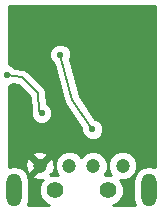
<source format=gbr>
G04 #@! TF.FileFunction,Copper,L2,Bot,Signal*
%FSLAX46Y46*%
G04 Gerber Fmt 4.6, Leading zero omitted, Abs format (unit mm)*
G04 Created by KiCad (PCBNEW 4.0.7) date 09/14/17 09:13:08*
%MOMM*%
%LPD*%
G01*
G04 APERTURE LIST*
%ADD10C,0.100000*%
%ADD11C,1.200000*%
%ADD12C,1.400000*%
%ADD13O,1.300000X2.800000*%
%ADD14C,0.584200*%
%ADD15C,0.152400*%
%ADD16C,0.254000*%
G04 APERTURE END LIST*
D10*
D11*
X142042000Y-93980000D03*
X144542000Y-93980000D03*
X146542000Y-93980000D03*
X149042000Y-93980000D03*
D12*
X147792000Y-96080000D03*
X143292000Y-96080000D03*
D13*
X151242000Y-96080000D03*
X139842000Y-96080000D03*
D14*
X142075000Y-82275000D03*
X150400000Y-91100000D03*
X148625000Y-88300000D03*
X143850000Y-92200000D03*
X140425000Y-89150000D03*
X139725000Y-93600000D03*
X146475000Y-90900000D03*
X143764000Y-84582000D03*
X139275000Y-86325000D03*
X142176500Y-89535000D03*
D15*
X146475000Y-90900000D02*
X144780000Y-88392000D01*
X144780000Y-88392000D02*
X143764000Y-84582000D01*
X140525500Y-86487000D02*
X139275000Y-86325000D01*
X141859000Y-87820500D02*
X140525500Y-86487000D01*
X141986000Y-89344500D02*
X141859000Y-87820500D01*
X142176500Y-89535000D02*
X141986000Y-89344500D01*
D16*
G36*
X151753500Y-94116145D02*
X151733748Y-94102947D01*
X151242000Y-94005132D01*
X150750252Y-94102947D01*
X150333368Y-94381500D01*
X150054815Y-94798384D01*
X149957000Y-95290132D01*
X149957000Y-96869868D01*
X150049322Y-97334000D01*
X148252977Y-97334000D01*
X148547229Y-97212418D01*
X148923098Y-96837204D01*
X149126768Y-96346713D01*
X149127231Y-95815617D01*
X148924418Y-95324771D01*
X148814641Y-95214802D01*
X149286579Y-95215214D01*
X149740657Y-95027592D01*
X150088371Y-94680485D01*
X150276785Y-94226734D01*
X150277214Y-93735421D01*
X150089592Y-93281343D01*
X149742485Y-92933629D01*
X149288734Y-92745215D01*
X148797421Y-92744786D01*
X148343343Y-92932408D01*
X147995629Y-93279515D01*
X147807215Y-93733266D01*
X147806786Y-94224579D01*
X147994408Y-94678657D01*
X148062392Y-94746759D01*
X148058713Y-94745232D01*
X147527617Y-94744769D01*
X147521402Y-94747337D01*
X147588371Y-94680485D01*
X147776785Y-94226734D01*
X147777214Y-93735421D01*
X147589592Y-93281343D01*
X147242485Y-92933629D01*
X146788734Y-92745215D01*
X146297421Y-92744786D01*
X145843343Y-92932408D01*
X145541779Y-93233446D01*
X145242485Y-92933629D01*
X144788734Y-92745215D01*
X144297421Y-92744786D01*
X143843343Y-92932408D01*
X143495629Y-93279515D01*
X143307215Y-93733266D01*
X143306786Y-94224579D01*
X143494408Y-94678657D01*
X143562392Y-94746759D01*
X143558713Y-94745232D01*
X143027617Y-94744769D01*
X142998435Y-94756827D01*
X142904737Y-94663129D01*
X143130164Y-94613617D01*
X143289807Y-94148964D01*
X143259482Y-93658587D01*
X143130164Y-93346383D01*
X142904735Y-93296870D01*
X142221605Y-93980000D01*
X142235748Y-93994143D01*
X142056143Y-94173748D01*
X142042000Y-94159605D01*
X141358870Y-94842735D01*
X141408383Y-95068164D01*
X141873036Y-95227807D01*
X142281351Y-95202557D01*
X142160902Y-95322796D01*
X141957232Y-95813287D01*
X141956769Y-96344383D01*
X142159582Y-96835229D01*
X142534796Y-97211098D01*
X142830776Y-97334000D01*
X141034678Y-97334000D01*
X141127000Y-96869868D01*
X141127000Y-95290132D01*
X141029185Y-94798384D01*
X140750632Y-94381500D01*
X140333748Y-94102947D01*
X139842000Y-94005132D01*
X139394000Y-94094245D01*
X139394000Y-93811036D01*
X140794193Y-93811036D01*
X140824518Y-94301413D01*
X140953836Y-94613617D01*
X141179265Y-94663130D01*
X141862395Y-93980000D01*
X141179265Y-93296870D01*
X140953836Y-93346383D01*
X140794193Y-93811036D01*
X139394000Y-93811036D01*
X139394000Y-93117265D01*
X141358870Y-93117265D01*
X142042000Y-93800395D01*
X142725130Y-93117265D01*
X142675617Y-92891836D01*
X142210964Y-92732193D01*
X141720587Y-92762518D01*
X141408383Y-92891836D01*
X141358870Y-93117265D01*
X139394000Y-93117265D01*
X139394000Y-87252205D01*
X139458603Y-87252261D01*
X139799474Y-87111415D01*
X139800651Y-87110240D01*
X140193896Y-87161184D01*
X141171892Y-88139180D01*
X141268895Y-89303218D01*
X141249561Y-89349779D01*
X141249239Y-89718603D01*
X141390085Y-90059474D01*
X141650654Y-90320499D01*
X141991279Y-90461939D01*
X142360103Y-90462261D01*
X142700974Y-90321415D01*
X142961999Y-90060846D01*
X143103439Y-89720221D01*
X143103761Y-89351397D01*
X142962915Y-89010526D01*
X142702346Y-88749501D01*
X142648208Y-88727021D01*
X142567743Y-87761438D01*
X142537472Y-87655966D01*
X142516063Y-87548335D01*
X142499443Y-87523461D01*
X142491191Y-87494710D01*
X142422861Y-87408850D01*
X142361894Y-87317606D01*
X141028394Y-85984106D01*
X140950443Y-85932020D01*
X140879825Y-85870348D01*
X140836063Y-85855594D01*
X140797665Y-85829937D01*
X140705712Y-85811646D01*
X140616871Y-85781694D01*
X139957322Y-85696251D01*
X139800846Y-85539501D01*
X139460221Y-85398061D01*
X139394000Y-85398003D01*
X139394000Y-84765603D01*
X142836739Y-84765603D01*
X142977585Y-85106474D01*
X143237144Y-85366487D01*
X144092814Y-88575249D01*
X144144954Y-88681299D01*
X144190752Y-88790236D01*
X145547988Y-90798466D01*
X145547739Y-91083603D01*
X145688585Y-91424474D01*
X145949154Y-91685499D01*
X146289779Y-91826939D01*
X146658603Y-91827261D01*
X146999474Y-91686415D01*
X147260499Y-91425846D01*
X147401939Y-91085221D01*
X147402261Y-90716397D01*
X147261415Y-90375526D01*
X147000846Y-90114501D01*
X146725153Y-90000023D01*
X145436322Y-88093010D01*
X144604778Y-84974720D01*
X144690939Y-84767221D01*
X144691261Y-84398397D01*
X144550415Y-84057526D01*
X144289846Y-83796501D01*
X143949221Y-83655061D01*
X143580397Y-83654739D01*
X143239526Y-83795585D01*
X142978501Y-84056154D01*
X142837061Y-84396779D01*
X142836739Y-84765603D01*
X139394000Y-84765603D01*
X139394000Y-80466000D01*
X151753500Y-80466000D01*
X151753500Y-94116145D01*
X151753500Y-94116145D01*
G37*
X151753500Y-94116145D02*
X151733748Y-94102947D01*
X151242000Y-94005132D01*
X150750252Y-94102947D01*
X150333368Y-94381500D01*
X150054815Y-94798384D01*
X149957000Y-95290132D01*
X149957000Y-96869868D01*
X150049322Y-97334000D01*
X148252977Y-97334000D01*
X148547229Y-97212418D01*
X148923098Y-96837204D01*
X149126768Y-96346713D01*
X149127231Y-95815617D01*
X148924418Y-95324771D01*
X148814641Y-95214802D01*
X149286579Y-95215214D01*
X149740657Y-95027592D01*
X150088371Y-94680485D01*
X150276785Y-94226734D01*
X150277214Y-93735421D01*
X150089592Y-93281343D01*
X149742485Y-92933629D01*
X149288734Y-92745215D01*
X148797421Y-92744786D01*
X148343343Y-92932408D01*
X147995629Y-93279515D01*
X147807215Y-93733266D01*
X147806786Y-94224579D01*
X147994408Y-94678657D01*
X148062392Y-94746759D01*
X148058713Y-94745232D01*
X147527617Y-94744769D01*
X147521402Y-94747337D01*
X147588371Y-94680485D01*
X147776785Y-94226734D01*
X147777214Y-93735421D01*
X147589592Y-93281343D01*
X147242485Y-92933629D01*
X146788734Y-92745215D01*
X146297421Y-92744786D01*
X145843343Y-92932408D01*
X145541779Y-93233446D01*
X145242485Y-92933629D01*
X144788734Y-92745215D01*
X144297421Y-92744786D01*
X143843343Y-92932408D01*
X143495629Y-93279515D01*
X143307215Y-93733266D01*
X143306786Y-94224579D01*
X143494408Y-94678657D01*
X143562392Y-94746759D01*
X143558713Y-94745232D01*
X143027617Y-94744769D01*
X142998435Y-94756827D01*
X142904737Y-94663129D01*
X143130164Y-94613617D01*
X143289807Y-94148964D01*
X143259482Y-93658587D01*
X143130164Y-93346383D01*
X142904735Y-93296870D01*
X142221605Y-93980000D01*
X142235748Y-93994143D01*
X142056143Y-94173748D01*
X142042000Y-94159605D01*
X141358870Y-94842735D01*
X141408383Y-95068164D01*
X141873036Y-95227807D01*
X142281351Y-95202557D01*
X142160902Y-95322796D01*
X141957232Y-95813287D01*
X141956769Y-96344383D01*
X142159582Y-96835229D01*
X142534796Y-97211098D01*
X142830776Y-97334000D01*
X141034678Y-97334000D01*
X141127000Y-96869868D01*
X141127000Y-95290132D01*
X141029185Y-94798384D01*
X140750632Y-94381500D01*
X140333748Y-94102947D01*
X139842000Y-94005132D01*
X139394000Y-94094245D01*
X139394000Y-93811036D01*
X140794193Y-93811036D01*
X140824518Y-94301413D01*
X140953836Y-94613617D01*
X141179265Y-94663130D01*
X141862395Y-93980000D01*
X141179265Y-93296870D01*
X140953836Y-93346383D01*
X140794193Y-93811036D01*
X139394000Y-93811036D01*
X139394000Y-93117265D01*
X141358870Y-93117265D01*
X142042000Y-93800395D01*
X142725130Y-93117265D01*
X142675617Y-92891836D01*
X142210964Y-92732193D01*
X141720587Y-92762518D01*
X141408383Y-92891836D01*
X141358870Y-93117265D01*
X139394000Y-93117265D01*
X139394000Y-87252205D01*
X139458603Y-87252261D01*
X139799474Y-87111415D01*
X139800651Y-87110240D01*
X140193896Y-87161184D01*
X141171892Y-88139180D01*
X141268895Y-89303218D01*
X141249561Y-89349779D01*
X141249239Y-89718603D01*
X141390085Y-90059474D01*
X141650654Y-90320499D01*
X141991279Y-90461939D01*
X142360103Y-90462261D01*
X142700974Y-90321415D01*
X142961999Y-90060846D01*
X143103439Y-89720221D01*
X143103761Y-89351397D01*
X142962915Y-89010526D01*
X142702346Y-88749501D01*
X142648208Y-88727021D01*
X142567743Y-87761438D01*
X142537472Y-87655966D01*
X142516063Y-87548335D01*
X142499443Y-87523461D01*
X142491191Y-87494710D01*
X142422861Y-87408850D01*
X142361894Y-87317606D01*
X141028394Y-85984106D01*
X140950443Y-85932020D01*
X140879825Y-85870348D01*
X140836063Y-85855594D01*
X140797665Y-85829937D01*
X140705712Y-85811646D01*
X140616871Y-85781694D01*
X139957322Y-85696251D01*
X139800846Y-85539501D01*
X139460221Y-85398061D01*
X139394000Y-85398003D01*
X139394000Y-84765603D01*
X142836739Y-84765603D01*
X142977585Y-85106474D01*
X143237144Y-85366487D01*
X144092814Y-88575249D01*
X144144954Y-88681299D01*
X144190752Y-88790236D01*
X145547988Y-90798466D01*
X145547739Y-91083603D01*
X145688585Y-91424474D01*
X145949154Y-91685499D01*
X146289779Y-91826939D01*
X146658603Y-91827261D01*
X146999474Y-91686415D01*
X147260499Y-91425846D01*
X147401939Y-91085221D01*
X147402261Y-90716397D01*
X147261415Y-90375526D01*
X147000846Y-90114501D01*
X146725153Y-90000023D01*
X145436322Y-88093010D01*
X144604778Y-84974720D01*
X144690939Y-84767221D01*
X144691261Y-84398397D01*
X144550415Y-84057526D01*
X144289846Y-83796501D01*
X143949221Y-83655061D01*
X143580397Y-83654739D01*
X143239526Y-83795585D01*
X142978501Y-84056154D01*
X142837061Y-84396779D01*
X142836739Y-84765603D01*
X139394000Y-84765603D01*
X139394000Y-80466000D01*
X151753500Y-80466000D01*
X151753500Y-94116145D01*
M02*

</source>
